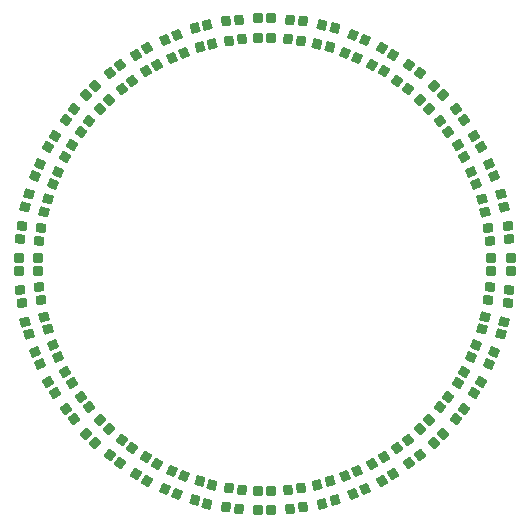
<source format=gtp>
G04*
G04 #@! TF.GenerationSoftware,Altium Limited,Altium Designer,20.1.11 (218)*
G04*
G04 Layer_Color=8421504*
%FSLAX25Y25*%
%MOIN*%
G70*
G04*
G04 #@! TF.SameCoordinates,A89DC92D-1D16-4819-8E46-697129492B70*
G04*
G04*
G04 #@! TF.FilePolarity,Positive*
G04*
G01*
G75*
G04:AMPARAMS|DCode=13|XSize=33.47mil|YSize=31.5mil|CornerRadius=3.94mil|HoleSize=0mil|Usage=FLASHONLY|Rotation=285.000|XOffset=0mil|YOffset=0mil|HoleType=Round|Shape=RoundedRectangle|*
%AMROUNDEDRECTD13*
21,1,0.03347,0.02362,0,0,285.0*
21,1,0.02559,0.03150,0,0,285.0*
1,1,0.00787,-0.00810,-0.01542*
1,1,0.00787,-0.01472,0.00930*
1,1,0.00787,0.00810,0.01542*
1,1,0.00787,0.01472,-0.00930*
%
%ADD13ROUNDEDRECTD13*%
G04:AMPARAMS|DCode=14|XSize=33.47mil|YSize=31.5mil|CornerRadius=3.94mil|HoleSize=0mil|Usage=FLASHONLY|Rotation=277.500|XOffset=0mil|YOffset=0mil|HoleType=Round|Shape=RoundedRectangle|*
%AMROUNDEDRECTD14*
21,1,0.03347,0.02362,0,0,277.5*
21,1,0.02559,0.03150,0,0,277.5*
1,1,0.00787,-0.01004,-0.01423*
1,1,0.00787,-0.01338,0.01114*
1,1,0.00787,0.01004,0.01423*
1,1,0.00787,0.01338,-0.01114*
%
%ADD14ROUNDEDRECTD14*%
G04:AMPARAMS|DCode=15|XSize=33.47mil|YSize=31.5mil|CornerRadius=3.94mil|HoleSize=0mil|Usage=FLASHONLY|Rotation=270.000|XOffset=0mil|YOffset=0mil|HoleType=Round|Shape=RoundedRectangle|*
%AMROUNDEDRECTD15*
21,1,0.03347,0.02362,0,0,270.0*
21,1,0.02559,0.03150,0,0,270.0*
1,1,0.00787,-0.01181,-0.01280*
1,1,0.00787,-0.01181,0.01280*
1,1,0.00787,0.01181,0.01280*
1,1,0.00787,0.01181,-0.01280*
%
%ADD15ROUNDEDRECTD15*%
G04:AMPARAMS|DCode=16|XSize=33.47mil|YSize=31.5mil|CornerRadius=3.94mil|HoleSize=0mil|Usage=FLASHONLY|Rotation=262.500|XOffset=0mil|YOffset=0mil|HoleType=Round|Shape=RoundedRectangle|*
%AMROUNDEDRECTD16*
21,1,0.03347,0.02362,0,0,262.5*
21,1,0.02559,0.03150,0,0,262.5*
1,1,0.00787,-0.01338,-0.01114*
1,1,0.00787,-0.01004,0.01423*
1,1,0.00787,0.01338,0.01114*
1,1,0.00787,0.01004,-0.01423*
%
%ADD16ROUNDEDRECTD16*%
G04:AMPARAMS|DCode=17|XSize=33.47mil|YSize=31.5mil|CornerRadius=3.94mil|HoleSize=0mil|Usage=FLASHONLY|Rotation=255.000|XOffset=0mil|YOffset=0mil|HoleType=Round|Shape=RoundedRectangle|*
%AMROUNDEDRECTD17*
21,1,0.03347,0.02362,0,0,255.0*
21,1,0.02559,0.03150,0,0,255.0*
1,1,0.00787,-0.01472,-0.00930*
1,1,0.00787,-0.00810,0.01542*
1,1,0.00787,0.01472,0.00930*
1,1,0.00787,0.00810,-0.01542*
%
%ADD17ROUNDEDRECTD17*%
G04:AMPARAMS|DCode=18|XSize=33.47mil|YSize=31.5mil|CornerRadius=3.94mil|HoleSize=0mil|Usage=FLASHONLY|Rotation=247.500|XOffset=0mil|YOffset=0mil|HoleType=Round|Shape=RoundedRectangle|*
%AMROUNDEDRECTD18*
21,1,0.03347,0.02362,0,0,247.5*
21,1,0.02559,0.03150,0,0,247.5*
1,1,0.00787,-0.01581,-0.00730*
1,1,0.00787,-0.00602,0.01634*
1,1,0.00787,0.01581,0.00730*
1,1,0.00787,0.00602,-0.01634*
%
%ADD18ROUNDEDRECTD18*%
G04:AMPARAMS|DCode=19|XSize=33.47mil|YSize=31.5mil|CornerRadius=3.94mil|HoleSize=0mil|Usage=FLASHONLY|Rotation=240.000|XOffset=0mil|YOffset=0mil|HoleType=Round|Shape=RoundedRectangle|*
%AMROUNDEDRECTD19*
21,1,0.03347,0.02362,0,0,240.0*
21,1,0.02559,0.03150,0,0,240.0*
1,1,0.00787,-0.01663,-0.00518*
1,1,0.00787,-0.00383,0.01699*
1,1,0.00787,0.01663,0.00518*
1,1,0.00787,0.00383,-0.01699*
%
%ADD19ROUNDEDRECTD19*%
G04:AMPARAMS|DCode=20|XSize=33.47mil|YSize=31.5mil|CornerRadius=3.94mil|HoleSize=0mil|Usage=FLASHONLY|Rotation=232.500|XOffset=0mil|YOffset=0mil|HoleType=Round|Shape=RoundedRectangle|*
%AMROUNDEDRECTD20*
21,1,0.03347,0.02362,0,0,232.5*
21,1,0.02559,0.03150,0,0,232.5*
1,1,0.00787,-0.01716,-0.00296*
1,1,0.00787,-0.00158,0.01734*
1,1,0.00787,0.01716,0.00296*
1,1,0.00787,0.00158,-0.01734*
%
%ADD20ROUNDEDRECTD20*%
G04:AMPARAMS|DCode=21|XSize=33.47mil|YSize=31.5mil|CornerRadius=3.94mil|HoleSize=0mil|Usage=FLASHONLY|Rotation=225.000|XOffset=0mil|YOffset=0mil|HoleType=Round|Shape=RoundedRectangle|*
%AMROUNDEDRECTD21*
21,1,0.03347,0.02362,0,0,225.0*
21,1,0.02559,0.03150,0,0,225.0*
1,1,0.00787,-0.01740,-0.00070*
1,1,0.00787,0.00070,0.01740*
1,1,0.00787,0.01740,0.00070*
1,1,0.00787,-0.00070,-0.01740*
%
%ADD21ROUNDEDRECTD21*%
G04:AMPARAMS|DCode=22|XSize=33.47mil|YSize=31.5mil|CornerRadius=3.94mil|HoleSize=0mil|Usage=FLASHONLY|Rotation=217.500|XOffset=0mil|YOffset=0mil|HoleType=Round|Shape=RoundedRectangle|*
%AMROUNDEDRECTD22*
21,1,0.03347,0.02362,0,0,217.5*
21,1,0.02559,0.03150,0,0,217.5*
1,1,0.00787,-0.01734,0.00158*
1,1,0.00787,0.00296,0.01716*
1,1,0.00787,0.01734,-0.00158*
1,1,0.00787,-0.00296,-0.01716*
%
%ADD22ROUNDEDRECTD22*%
G04:AMPARAMS|DCode=23|XSize=33.47mil|YSize=31.5mil|CornerRadius=3.94mil|HoleSize=0mil|Usage=FLASHONLY|Rotation=210.000|XOffset=0mil|YOffset=0mil|HoleType=Round|Shape=RoundedRectangle|*
%AMROUNDEDRECTD23*
21,1,0.03347,0.02362,0,0,210.0*
21,1,0.02559,0.03150,0,0,210.0*
1,1,0.00787,-0.01699,0.00383*
1,1,0.00787,0.00518,0.01663*
1,1,0.00787,0.01699,-0.00383*
1,1,0.00787,-0.00518,-0.01663*
%
%ADD23ROUNDEDRECTD23*%
G04:AMPARAMS|DCode=24|XSize=33.47mil|YSize=31.5mil|CornerRadius=3.94mil|HoleSize=0mil|Usage=FLASHONLY|Rotation=202.500|XOffset=0mil|YOffset=0mil|HoleType=Round|Shape=RoundedRectangle|*
%AMROUNDEDRECTD24*
21,1,0.03347,0.02362,0,0,202.5*
21,1,0.02559,0.03150,0,0,202.5*
1,1,0.00787,-0.01634,0.00602*
1,1,0.00787,0.00730,0.01581*
1,1,0.00787,0.01634,-0.00602*
1,1,0.00787,-0.00730,-0.01581*
%
%ADD24ROUNDEDRECTD24*%
G04:AMPARAMS|DCode=25|XSize=33.47mil|YSize=31.5mil|CornerRadius=3.94mil|HoleSize=0mil|Usage=FLASHONLY|Rotation=195.000|XOffset=0mil|YOffset=0mil|HoleType=Round|Shape=RoundedRectangle|*
%AMROUNDEDRECTD25*
21,1,0.03347,0.02362,0,0,195.0*
21,1,0.02559,0.03150,0,0,195.0*
1,1,0.00787,-0.01542,0.00810*
1,1,0.00787,0.00930,0.01472*
1,1,0.00787,0.01542,-0.00810*
1,1,0.00787,-0.00930,-0.01472*
%
%ADD25ROUNDEDRECTD25*%
G04:AMPARAMS|DCode=26|XSize=33.47mil|YSize=31.5mil|CornerRadius=3.94mil|HoleSize=0mil|Usage=FLASHONLY|Rotation=187.500|XOffset=0mil|YOffset=0mil|HoleType=Round|Shape=RoundedRectangle|*
%AMROUNDEDRECTD26*
21,1,0.03347,0.02362,0,0,187.5*
21,1,0.02559,0.03150,0,0,187.5*
1,1,0.00787,-0.01423,0.01004*
1,1,0.00787,0.01114,0.01338*
1,1,0.00787,0.01423,-0.01004*
1,1,0.00787,-0.01114,-0.01338*
%
%ADD26ROUNDEDRECTD26*%
G04:AMPARAMS|DCode=27|XSize=33.47mil|YSize=31.5mil|CornerRadius=3.94mil|HoleSize=0mil|Usage=FLASHONLY|Rotation=180.000|XOffset=0mil|YOffset=0mil|HoleType=Round|Shape=RoundedRectangle|*
%AMROUNDEDRECTD27*
21,1,0.03347,0.02362,0,0,180.0*
21,1,0.02559,0.03150,0,0,180.0*
1,1,0.00787,-0.01280,0.01181*
1,1,0.00787,0.01280,0.01181*
1,1,0.00787,0.01280,-0.01181*
1,1,0.00787,-0.01280,-0.01181*
%
%ADD27ROUNDEDRECTD27*%
G04:AMPARAMS|DCode=28|XSize=33.47mil|YSize=31.5mil|CornerRadius=3.94mil|HoleSize=0mil|Usage=FLASHONLY|Rotation=172.500|XOffset=0mil|YOffset=0mil|HoleType=Round|Shape=RoundedRectangle|*
%AMROUNDEDRECTD28*
21,1,0.03347,0.02362,0,0,172.5*
21,1,0.02559,0.03150,0,0,172.5*
1,1,0.00787,-0.01114,0.01338*
1,1,0.00787,0.01423,0.01004*
1,1,0.00787,0.01114,-0.01338*
1,1,0.00787,-0.01423,-0.01004*
%
%ADD28ROUNDEDRECTD28*%
G04:AMPARAMS|DCode=29|XSize=33.47mil|YSize=31.5mil|CornerRadius=3.94mil|HoleSize=0mil|Usage=FLASHONLY|Rotation=165.000|XOffset=0mil|YOffset=0mil|HoleType=Round|Shape=RoundedRectangle|*
%AMROUNDEDRECTD29*
21,1,0.03347,0.02362,0,0,165.0*
21,1,0.02559,0.03150,0,0,165.0*
1,1,0.00787,-0.00930,0.01472*
1,1,0.00787,0.01542,0.00810*
1,1,0.00787,0.00930,-0.01472*
1,1,0.00787,-0.01542,-0.00810*
%
%ADD29ROUNDEDRECTD29*%
G04:AMPARAMS|DCode=30|XSize=33.47mil|YSize=31.5mil|CornerRadius=3.94mil|HoleSize=0mil|Usage=FLASHONLY|Rotation=157.500|XOffset=0mil|YOffset=0mil|HoleType=Round|Shape=RoundedRectangle|*
%AMROUNDEDRECTD30*
21,1,0.03347,0.02362,0,0,157.5*
21,1,0.02559,0.03150,0,0,157.5*
1,1,0.00787,-0.00730,0.01581*
1,1,0.00787,0.01634,0.00602*
1,1,0.00787,0.00730,-0.01581*
1,1,0.00787,-0.01634,-0.00602*
%
%ADD30ROUNDEDRECTD30*%
G04:AMPARAMS|DCode=31|XSize=33.47mil|YSize=31.5mil|CornerRadius=3.94mil|HoleSize=0mil|Usage=FLASHONLY|Rotation=150.000|XOffset=0mil|YOffset=0mil|HoleType=Round|Shape=RoundedRectangle|*
%AMROUNDEDRECTD31*
21,1,0.03347,0.02362,0,0,150.0*
21,1,0.02559,0.03150,0,0,150.0*
1,1,0.00787,-0.00518,0.01663*
1,1,0.00787,0.01699,0.00383*
1,1,0.00787,0.00518,-0.01663*
1,1,0.00787,-0.01699,-0.00383*
%
%ADD31ROUNDEDRECTD31*%
G04:AMPARAMS|DCode=32|XSize=33.47mil|YSize=31.5mil|CornerRadius=3.94mil|HoleSize=0mil|Usage=FLASHONLY|Rotation=142.500|XOffset=0mil|YOffset=0mil|HoleType=Round|Shape=RoundedRectangle|*
%AMROUNDEDRECTD32*
21,1,0.03347,0.02362,0,0,142.5*
21,1,0.02559,0.03150,0,0,142.5*
1,1,0.00787,-0.00296,0.01716*
1,1,0.00787,0.01734,0.00158*
1,1,0.00787,0.00296,-0.01716*
1,1,0.00787,-0.01734,-0.00158*
%
%ADD32ROUNDEDRECTD32*%
G04:AMPARAMS|DCode=33|XSize=33.47mil|YSize=31.5mil|CornerRadius=3.94mil|HoleSize=0mil|Usage=FLASHONLY|Rotation=135.000|XOffset=0mil|YOffset=0mil|HoleType=Round|Shape=RoundedRectangle|*
%AMROUNDEDRECTD33*
21,1,0.03347,0.02362,0,0,135.0*
21,1,0.02559,0.03150,0,0,135.0*
1,1,0.00787,-0.00070,0.01740*
1,1,0.00787,0.01740,-0.00070*
1,1,0.00787,0.00070,-0.01740*
1,1,0.00787,-0.01740,0.00070*
%
%ADD33ROUNDEDRECTD33*%
G04:AMPARAMS|DCode=34|XSize=33.47mil|YSize=31.5mil|CornerRadius=3.94mil|HoleSize=0mil|Usage=FLASHONLY|Rotation=127.500|XOffset=0mil|YOffset=0mil|HoleType=Round|Shape=RoundedRectangle|*
%AMROUNDEDRECTD34*
21,1,0.03347,0.02362,0,0,127.5*
21,1,0.02559,0.03150,0,0,127.5*
1,1,0.00787,0.00158,0.01734*
1,1,0.00787,0.01716,-0.00296*
1,1,0.00787,-0.00158,-0.01734*
1,1,0.00787,-0.01716,0.00296*
%
%ADD34ROUNDEDRECTD34*%
G04:AMPARAMS|DCode=35|XSize=33.47mil|YSize=31.5mil|CornerRadius=3.94mil|HoleSize=0mil|Usage=FLASHONLY|Rotation=120.000|XOffset=0mil|YOffset=0mil|HoleType=Round|Shape=RoundedRectangle|*
%AMROUNDEDRECTD35*
21,1,0.03347,0.02362,0,0,120.0*
21,1,0.02559,0.03150,0,0,120.0*
1,1,0.00787,0.00383,0.01699*
1,1,0.00787,0.01663,-0.00518*
1,1,0.00787,-0.00383,-0.01699*
1,1,0.00787,-0.01663,0.00518*
%
%ADD35ROUNDEDRECTD35*%
G04:AMPARAMS|DCode=36|XSize=33.47mil|YSize=31.5mil|CornerRadius=3.94mil|HoleSize=0mil|Usage=FLASHONLY|Rotation=112.500|XOffset=0mil|YOffset=0mil|HoleType=Round|Shape=RoundedRectangle|*
%AMROUNDEDRECTD36*
21,1,0.03347,0.02362,0,0,112.5*
21,1,0.02559,0.03150,0,0,112.5*
1,1,0.00787,0.00602,0.01634*
1,1,0.00787,0.01581,-0.00730*
1,1,0.00787,-0.00602,-0.01634*
1,1,0.00787,-0.01581,0.00730*
%
%ADD36ROUNDEDRECTD36*%
D13*
X23312Y-78634D02*
D03*
X19128Y-79755D02*
D03*
X21630Y-72359D02*
D03*
X17447Y-73480D02*
D03*
X-23312Y78634D02*
D03*
X-19128Y79755D02*
D03*
X-21630Y72359D02*
D03*
X-17447Y73480D02*
D03*
D14*
X12848Y-81004D02*
D03*
X8555Y-81569D02*
D03*
X12000Y-74564D02*
D03*
X7707Y-75129D02*
D03*
X-12848Y81004D02*
D03*
X-8555Y81569D02*
D03*
X-12000Y74564D02*
D03*
X-7707Y75129D02*
D03*
D15*
X2165Y-81988D02*
D03*
X-2165Y-81988D02*
D03*
X2165Y-75492D02*
D03*
X-2165D02*
D03*
X-2165Y81988D02*
D03*
X2165Y81988D02*
D03*
X-2165Y75492D02*
D03*
X2165D02*
D03*
D16*
X-8555Y-81569D02*
D03*
X-12848Y-81004D02*
D03*
X-7707Y-75129D02*
D03*
X-12000Y-74564D02*
D03*
X8555Y81569D02*
D03*
X12848Y81004D02*
D03*
X7707Y75129D02*
D03*
X12000Y74564D02*
D03*
D17*
X-19128Y-79755D02*
D03*
X-23312Y-78634D02*
D03*
X-17447Y-73480D02*
D03*
X-21630Y-72359D02*
D03*
X19128Y79755D02*
D03*
X23312Y78634D02*
D03*
X17447Y73480D02*
D03*
X21630Y72359D02*
D03*
D18*
X-29375Y-76576D02*
D03*
X-33376Y-74919D02*
D03*
X-26889Y-70574D02*
D03*
X-30890Y-68917D02*
D03*
X29375Y76576D02*
D03*
X33376Y74919D02*
D03*
X26889Y70574D02*
D03*
X30890Y68917D02*
D03*
D19*
X-39119Y-72087D02*
D03*
X-42869Y-69921D02*
D03*
X-35871Y-66461D02*
D03*
X-39621Y-64295D02*
D03*
X39119Y72087D02*
D03*
X42869Y69921D02*
D03*
X35871Y66461D02*
D03*
X39621Y64295D02*
D03*
D20*
X-48193Y-66364D02*
D03*
X-51629Y-63727D02*
D03*
X-44239Y-61210D02*
D03*
X-47675Y-58574D02*
D03*
X48193Y66364D02*
D03*
X51629Y63727D02*
D03*
X44239Y61210D02*
D03*
X47675Y58574D02*
D03*
D21*
X-56443Y-59505D02*
D03*
X-59505Y-56443D02*
D03*
X-51850Y-54912D02*
D03*
X-54912Y-51850D02*
D03*
X56443Y59505D02*
D03*
X59505Y56443D02*
D03*
X51850Y54912D02*
D03*
X54912Y51850D02*
D03*
D22*
X-63727Y-51629D02*
D03*
X-66364Y-48193D02*
D03*
X-58574Y-47675D02*
D03*
X-61210Y-44239D02*
D03*
X63727Y51629D02*
D03*
X66364Y48193D02*
D03*
X58574Y47675D02*
D03*
X61210Y44239D02*
D03*
D23*
X-69921Y-42869D02*
D03*
X-72087Y-39119D02*
D03*
X-64295Y-39621D02*
D03*
X-66461Y-35871D02*
D03*
X69921Y42869D02*
D03*
X72087Y39119D02*
D03*
X64295Y39621D02*
D03*
X66461Y35871D02*
D03*
D24*
X-74919Y-33376D02*
D03*
X-76576Y-29375D02*
D03*
X-68917Y-30890D02*
D03*
X-70574Y-26889D02*
D03*
X74919Y33376D02*
D03*
X76576Y29375D02*
D03*
X68917Y30890D02*
D03*
X70574Y26889D02*
D03*
D25*
X-78634Y-23312D02*
D03*
X-79755Y-19128D02*
D03*
X-72359Y-21630D02*
D03*
X-73480Y-17447D02*
D03*
X78634Y23312D02*
D03*
X79755Y19128D02*
D03*
X72359Y21630D02*
D03*
X73480Y17447D02*
D03*
D26*
X-81004Y-12848D02*
D03*
X-81569Y-8555D02*
D03*
X-74564Y-12000D02*
D03*
X-75129Y-7707D02*
D03*
X81004Y12848D02*
D03*
X81569Y8555D02*
D03*
X74564Y12000D02*
D03*
X75129Y7707D02*
D03*
D27*
X-81988Y-2165D02*
D03*
X-81988Y2165D02*
D03*
X-75492Y-2165D02*
D03*
Y2165D02*
D03*
X81988Y2165D02*
D03*
X81988Y-2165D02*
D03*
X75492Y2165D02*
D03*
Y-2165D02*
D03*
D28*
X-81569Y8555D02*
D03*
X-81004Y12848D02*
D03*
X-75129Y7707D02*
D03*
X-74564Y12000D02*
D03*
X81569Y-8555D02*
D03*
X81004Y-12848D02*
D03*
X75129Y-7707D02*
D03*
X74564Y-12000D02*
D03*
D29*
X-79755Y19128D02*
D03*
X-78634Y23312D02*
D03*
X-73480Y17447D02*
D03*
X-72359Y21630D02*
D03*
X79755Y-19128D02*
D03*
X78634Y-23312D02*
D03*
X73480Y-17447D02*
D03*
X72359Y-21630D02*
D03*
D30*
X-76576Y29375D02*
D03*
X-74919Y33376D02*
D03*
X-70574Y26889D02*
D03*
X-68917Y30890D02*
D03*
X76576Y-29375D02*
D03*
X74919Y-33376D02*
D03*
X70574Y-26889D02*
D03*
X68917Y-30890D02*
D03*
D31*
X-72087Y39119D02*
D03*
X-69921Y42869D02*
D03*
X-66461Y35871D02*
D03*
X-64295Y39621D02*
D03*
X72087Y-39119D02*
D03*
X69921Y-42869D02*
D03*
X66461Y-35871D02*
D03*
X64295Y-39621D02*
D03*
D32*
X-66364Y48193D02*
D03*
X-63727Y51629D02*
D03*
X-61210Y44239D02*
D03*
X-58574Y47675D02*
D03*
X66364Y-48193D02*
D03*
X63727Y-51629D02*
D03*
X61210Y-44239D02*
D03*
X58574Y-47675D02*
D03*
D33*
X-59505Y56443D02*
D03*
X-56443Y59505D02*
D03*
X-54912Y51850D02*
D03*
X-51850Y54912D02*
D03*
X59505Y-56443D02*
D03*
X56443Y-59505D02*
D03*
X54912Y-51850D02*
D03*
X51850Y-54912D02*
D03*
D34*
X-51629Y63727D02*
D03*
X-48193Y66364D02*
D03*
X-47675Y58574D02*
D03*
X-44239Y61210D02*
D03*
X51629Y-63727D02*
D03*
X48193Y-66364D02*
D03*
X47675Y-58574D02*
D03*
X44239Y-61210D02*
D03*
D35*
X-42869Y69921D02*
D03*
X-39119Y72087D02*
D03*
X-39621Y64295D02*
D03*
X-35871Y66461D02*
D03*
X42869Y-69921D02*
D03*
X39119Y-72087D02*
D03*
X39621Y-64295D02*
D03*
X35871Y-66461D02*
D03*
D36*
X-33376Y74919D02*
D03*
X-29375Y76576D02*
D03*
X-30890Y68917D02*
D03*
X-26889Y70574D02*
D03*
X33376Y-74919D02*
D03*
X29375Y-76576D02*
D03*
X30890Y-68917D02*
D03*
X26889Y-70574D02*
D03*
M02*

</source>
